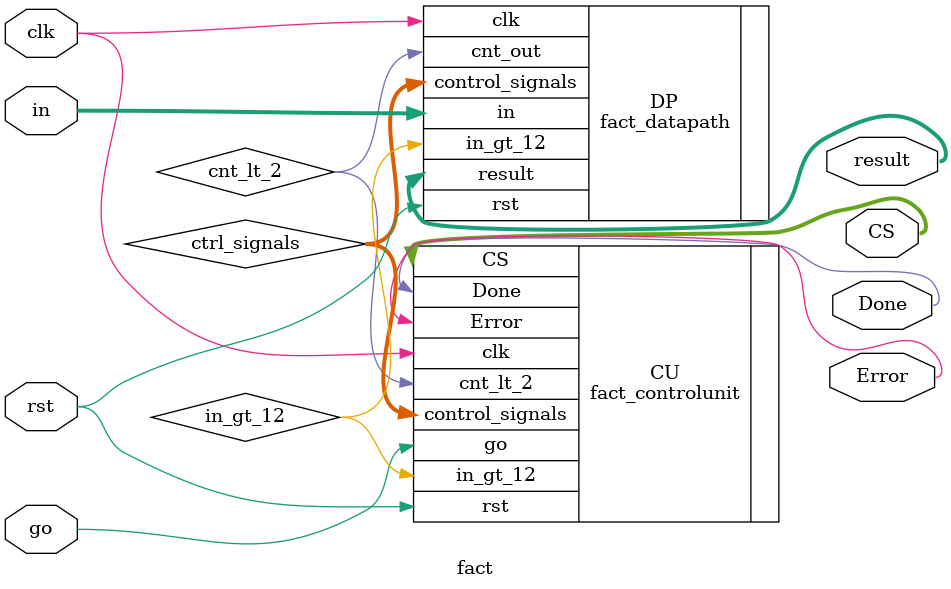
<source format=v>
module fact(
  input wire clk,
  input wire rst,
  input wire go,
  input wire [3:0] in,
  output wire Done,
  output wire Error,
  output wire [1:0] CS,
  output wire [31:0] result
);
  wire  cnt_lt_2, in_gt_12;
  wire  [5:0] ctrl_signals;

  fact_controlunit CU(
    .clk   (clk),
    .rst   (rst),
    .go   (go),
    .Done (Done),
    .Error (Error),
    .CS   (CS),
    .cnt_lt_2 (cnt_lt_2),
    .in_gt_12 (in_gt_12),
    .control_signals   (ctrl_signals)
  );

  fact_datapath DP(
    .clk   (clk),
    .rst   (rst),
    .in   (in),
    .control_signals   (ctrl_signals),
    .cnt_out  (cnt_lt_2),
    .in_gt_12 (in_gt_12),
    .result (result)
  );
endmodule

</source>
